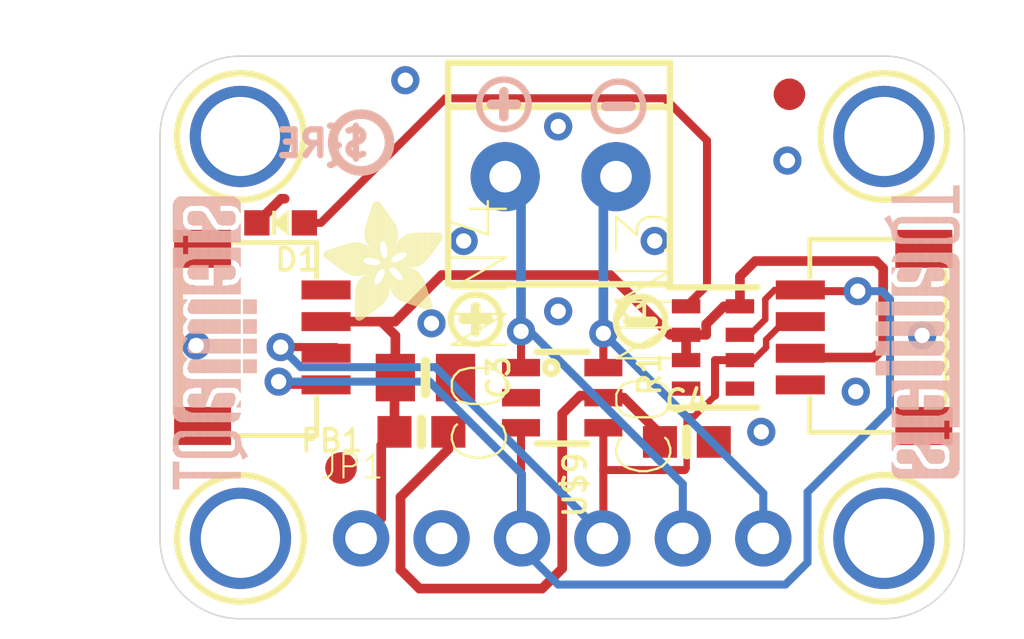
<source format=kicad_pcb>
(kicad_pcb (version 20241229) (generator "pcbnew") (generator_version "9.0")
  (layers (0 "F.Cu" signal) (2 "B.Cu" signal) (13 "F.Paste" user) (15 "B.Paste" user) (5 "F.SilkS" user "F.Silkscreen") (7 "B.SilkS" user "B.Silkscreen") (1 "F.Mask" user) (3 "B.Mask" user) (25 "Edge.Cuts" user))
  (net 0 "")
  (net 1 "SCL")
  (net 2 "SDA")
  (net 3 "GND")
  (net 4 "VIN+")
  (net 5 "VIN-")
  (net 6 "VCC")
  (net 7 "N$1")
  (net 8 "VDD")
  (footprint "PLABEL8" (layer "F.Cu") (at 136.0551 101.5111)
    (property "Reference" "PLABEL8" (hide yes))
    (property "Value" "" (hide yes))
  )
  (footprint "PLABEL4" (layer "F.Cu") (at 152.4381 113.0046)
    (property "Reference" "PLABEL4" (hide yes))
    (property "Value" "" (hide yes))
  )
  (footprint "PLABEL7" (layer "F.Cu") (at 152.2476 99.1616)
    (property "Reference" "PLABEL7" (hide yes))
    (property "Value" "" (hide yes))
  )
  (footprint "MOUNTINGHOLE_2.5_PLATED" (layer "F.Cu") (at 158.6611 111.3536)
    (property "Reference" "U$27" (hide yes))
    (property "Value" "MOUNTINGHOLE2.5" (hide yes))
    (pad "P$1" thru_hole circle (at 0 0) (size 3.2 3.2) (drill 2.5) (layers "*.Cu" "*.Mask"))
  )
  (footprint "MOUNTINGHOLE_2.5_PLATED" (layer "F.Cu") (at 158.6611 98.6536)
    (property "Reference" "U$21" (hide yes))
    (property "Value" "MOUNTINGHOLE2.5" (hide yes))
    (pad "P$1" thru_hole circle (at 0 0) (size 3.2 3.2) (drill 2.5) (layers "*.Cu" "*.Mask"))
  )
  (footprint "PLABEL3" (layer "F.Cu") (at 149.7711 109.7026)
    (property "Reference" "PLABEL3" (hide yes))
    (property "Value" "" (hide yes))
  )
  (footprint "CHIPLED_0603_NOOUTLINE" (layer "F.Cu") (at 139.6111 101.3841 90)
    (property "Reference" "D1" (at -0.762 1.27 0) (layer "F.SilkS") (effects (font (size 0.692831 0.692831) (thickness 0.119969)) (justify right top)))
    (property "Value" "GREEN")
    (pad "A" smd rect (at 0 0.75 90) (size 0.8 0.8) (layers "F.Cu" "F.Mask" "F.Paste") (net 7 "N$1"))
    (pad "C" smd rect (at 0 -0.75 90) (size 0.8 0.8) (layers "F.Cu" "F.Mask" "F.Paste") (net 3 "GND"))
  )
  (footprint "PLABEL2" (layer "F.Cu") (at 147.2311 113.0046)
    (property "Reference" "PLABEL2" (hide yes))
    (property "Value" "" (hide yes))
  )
  (footprint "SYMBOL_MINUS" (layer "F.Cu") (at 150.9776 104.4956)
    (property "Reference" "U$4" (hide yes))
    (property "Value" "" (hide yes))
  )
  (footprint "MOUNTINGHOLE_2.5_PLATED" (layer "F.Cu") (at 138.3411 111.3536)
    (property "Reference" "U$25" (hide yes))
    (property "Value" "MOUNTINGHOLE2.5" (hide yes))
    (pad "P$1" thru_hole circle (at 0 0) (size 3.2 3.2) (drill 2.5) (layers "*.Cu" "*.Mask"))
  )
  (footprint "RESPACK_4X0603" (layer "F.Cu") (at 153.2636 105.3211 90)
    (property "Reference" "R1" (at -1.6 -1.6 90) (layer "F.SilkS") (effects (font (size 0.692831 0.692831) (thickness 0.119969)) (justify left bottom)))
    (property "Value" "10K Pack")
    (pad "1" smd rect (at -1.3 0.85 90) (size 0.45 0.9) (layers "F.Cu" "F.Mask" "F.Paste") (net 3 "GND"))
    (pad "2" smd rect (at -0.4 0.85 90) (size 0.45 0.9) (layers "F.Cu" "F.Mask" "F.Paste") (net 2 "SDA"))
    (pad "3" smd rect (at 0.4 0.85 90) (size 0.45 0.9) (layers "F.Cu" "F.Mask" "F.Paste") (net 1 "SCL"))
    (pad "4" smd rect (at 1.3 0.85 90) (size 0.45 0.9) (layers "F.Cu" "F.Mask" "F.Paste") (net 6 "VCC"))
    (pad "5" smd rect (at 1.3 -0.85 90) (size 0.45 0.9) (layers "F.Cu" "F.Mask" "F.Paste") (net 7 "N$1"))
    (pad "6" smd rect (at 0.4 -0.85 90) (size 0.45 0.9) (layers "F.Cu" "F.Mask" "F.Paste") (net 6 "VCC"))
    (pad "7" smd rect (at -0.4 -0.85 90) (size 0.45 0.9) (layers "F.Cu" "F.Mask" "F.Paste") (net 6 "VCC"))
    (pad "8" smd rect (at -1.3 -0.85 90) (size 0.45 0.9) (layers "F.Cu" "F.Mask" "F.Paste") (net 3 "GND"))
  )
  (footprint "FIDUCIAL_1MM" (layer "F.Cu") (at 155.6766 97.3201)
    (property "Reference" "FID4" (hide yes))
    (property "Value" "FIDUCIAL_1MM" (hide yes))
    (pad "1" smd roundrect (at 0 0) (size 1 1) (layers "F.Cu" "F.Mask") (roundrect_rratio 0.5))
  )
  (footprint "PLABEL6" (layer "F.Cu") (at 144.5006 98.8441)
    (property "Reference" "PLABEL6" (hide yes))
    (property "Value" "" (hide yes))
  )
  (footprint "0603-NO" (layer "F.Cu") (at 144.0561 107.9881 180)
    (property "Reference" "FB1" (at 1.778 0.127 0) (layer "F.SilkS") (effects (font (size 0.692831 0.692831) (thickness 0.119969)) (justify right top)))
    (property "Value" "FERRITE")
    (pad "1" smd rect (at -0.85 0 180) (size 1.075 1) (layers "F.Cu" "F.Mask" "F.Paste") (net 8 "VDD"))
    (pad "2" smd rect (at 0.85 0 180) (size 1.075 1) (layers "F.Cu" "F.Mask" "F.Paste") (net 6 "VCC"))
  )
  (footprint "SYMBOL_PLUS" (layer "F.Cu") (at 145.7706 104.4321)
    (property "Reference" "U$2" (hide yes))
    (property "Value" "" (hide yes))
  )
  (footprint "ADAFRUIT_3.5MM" (layer "F.Cu") (at 144.7546 104.4956 90)
    (property "Reference" "U$29" (hide yes))
    (property "Value" "" (hide yes))
  )
  (footprint "0603-NO" (layer "F.Cu") (at 152.4381 108.3056)
    (property "Reference" "C4" (at -0.762 -0.889 0) (layer "F.SilkS") (effects (font (size 0.692831 0.692831) (thickness 0.119969)) (justify left bottom)))
    (property "Value" "0.1uF")
    (pad "1" smd rect (at -0.85 0) (size 1.075 1) (layers "F.Cu" "F.Mask" "F.Paste") (net 8 "VDD"))
    (pad "2" smd rect (at 0.85 0) (size 1.075 1) (layers "F.Cu" "F.Mask" "F.Paste") (net 3 "GND"))
  )
  (footprint "FIDUCIAL_1MM" (layer "F.Cu") (at 141.5161 109.1311)
    (property "Reference" "FID3" (hide yes))
    (property "Value" "FIDUCIAL_1MM" (hide yes))
    (pad "1" smd roundrect (at 0 0) (size 1 1) (layers "F.Cu" "F.Mask") (roundrect_rratio 0.5))
  )
  (footprint "1X06_ROUND_70" (layer "F.Cu") (at 148.5011 111.3536)
    (property "Reference" "JP1" (at -7.6962 -1.8288 0) (layer "F.SilkS") (effects (font (size 0.74615 0.74615) (thickness 0.06665)) (justify left bottom)))
    (property "Value" "")
    (pad "1" thru_hole circle (at -6.35 0 90) (size 1.778 1.778) (drill 1) (layers "*.Cu" "*.Mask") (net 6 "VCC"))
    (pad "2" thru_hole circle (at -3.81 0 90) (size 1.778 1.778) (drill 1) (layers "*.Cu" "*.Mask") (net 3 "GND"))
    (pad "3" thru_hole circle (at -1.27 0 90) (size 1.778 1.778) (drill 1) (layers "*.Cu" "*.Mask") (net 1 "SCL"))
    (pad "4" thru_hole circle (at 1.27 0 90) (size 1.778 1.778) (drill 1) (layers "*.Cu" "*.Mask") (net 2 "SDA"))
    (pad "5" thru_hole circle (at 3.81 0 90) (size 1.778 1.778) (drill 1) (layers "*.Cu" "*.Mask") (net 4 "VIN+"))
    (pad "6" thru_hole circle (at 6.35 0 90) (size 1.778 1.778) (drill 1) (layers "*.Cu" "*.Mask") (net 5 "VIN-"))
  )
  (footprint "JST_SH4" (layer "F.Cu") (at 139.0396 105.0036 -90)
    (property "Reference" "CONN4" (at -4.6 -5.9 90) (layer "F.SilkS") (effects (font (size 1.703222 1.703222) (thickness 0.074778)) (justify right top)))
    (property "Value" "STEMMA_I2C_QT" (hide yes))
    (pad "1" smd rect (at -1.5 -2.006) (size 1.55 0.6) (layers "F.Cu" "F.Mask" "F.Paste") (net 3 "GND"))
    (pad "2" smd rect (at -0.5 -2.006) (size 1.55 0.6) (layers "F.Cu" "F.Mask" "F.Paste") (net 6 "VCC"))
    (pad "3" smd rect (at 0.5 -2.006) (size 1.55 0.6) (layers "F.Cu" "F.Mask" "F.Paste") (net 2 "SDA"))
    (pad "4" smd rect (at 1.5 -2.006) (size 1.55 0.6) (layers "F.Cu" "F.Mask" "F.Paste") (net 1 "SCL"))
    (pad "MT1" smd rect (at -2.8 1.894) (size 1.8 1.2) (layers "F.Cu" "F.Mask" "F.Paste") (net 3 "GND"))
    (pad "MT2" smd rect (at 2.8 1.894) (size 1.8 1.2) (layers "F.Cu" "F.Mask" "F.Paste") (net 3 "GND"))
  )
  (footprint "PLABEL0" (layer "F.Cu") (at 142.1511 113.0046)
    (property "Reference" "PLABEL0" (hide yes))
    (property "Value" "" (hide yes))
  )
  (footprint "PLABEL1" (layer "F.Cu") (at 144.6911 109.7026)
    (property "Reference" "PLABEL1" (hide yes))
    (property "Value" "" (hide yes))
  )
  (footprint "SOT23-6" (layer "F.Cu") (at 148.5011 106.9086 -90)
    (property "Reference" "U$9" (at 1.651 0 90) (layer "F.SilkS") (effects (font (size 0.692831 0.692831) (thickness 0.119969)) (justify right top)))
    (property "Value" "MCP3421")
    (pad "1" smd rect (at -0.95 1.3 270) (size 0.55 1.2) (layers "F.Cu" "F.Mask" "F.Paste") (net 4 "VIN+"))
    (pad "2" smd rect (at 0 1.3 270) (size 0.55 1.2) (layers "F.Cu" "F.Mask" "F.Paste") (net 3 "GND"))
    (pad "3" smd rect (at 0.95 1.3 270) (size 0.55 1.2) (layers "F.Cu" "F.Mask" "F.Paste") (net 1 "SCL"))
    (pad "4" smd rect (at 0.95 -1.3 270) (size 0.55 1.2) (layers "F.Cu" "F.Mask" "F.Paste") (net 2 "SDA"))
    (pad "5" smd rect (at 0 -1.3 270) (size 0.55 1.2) (layers "F.Cu" "F.Mask" "F.Paste") (net 8 "VDD"))
    (pad "6" smd rect (at -0.95 -1.3 270) (size 0.55 1.2) (layers "F.Cu" "F.Mask" "F.Paste") (net 5 "VIN-"))
  )
  (footprint "PLABEL5" (layer "F.Cu") (at 154.8511 109.7026)
    (property "Reference" "PLABEL5" (hide yes))
    (property "Value" "" (hide yes))
  )
  (footprint "0805-NO" (layer "F.Cu") (at 144.1831 106.2736)
    (property "Reference" "C3" (at 1.905 -0.762 90) (layer "F.SilkS") (effects (font (size 0.692831 0.692831) (thickness 0.119969)) (justify right top)))
    (property "Value" "10uF")
    (pad "1" smd rect (at -0.95 0) (size 1.24 1.5) (layers "F.Cu" "F.Mask" "F.Paste") (net 6 "VCC"))
    (pad "2" smd rect (at 0.95 0) (size 1.24 1.5) (layers "F.Cu" "F.Mask" "F.Paste") (net 3 "GND"))
  )
  (footprint "TERMBLOCK_1X2-3.5MM" (layer "F.Cu") (at 148.5011 99.9236 180)
    (property "Reference" "X1" (at -3 -3.89 0) (layer "F.SilkS") (effects (font (size 0.692831 0.692831) (thickness 0.119969)) (justify right top)))
    (property "Value" "3.5mm Terminal Block")
    (pad "1" thru_hole circle (at 1.8 0 180) (size 2.1844 2.1844) (drill 1) (layers "*.Cu" "*.Mask") (net 4 "VIN+"))
    (pad "2" thru_hole circle (at -1.7 0 180) (size 2.1844 2.1844) (drill 1) (layers "*.Cu" "*.Mask") (net 5 "VIN-"))
  )
  (footprint "MOUNTINGHOLE_2.5_PLATED" (layer "F.Cu") (at 138.3411 98.6536)
    (property "Reference" "U$20" (hide yes))
    (property "Value" "MOUNTINGHOLE2.5" (hide yes))
    (pad "P$1" thru_hole circle (at 0 0) (size 3.2 3.2) (drill 2.5) (layers "*.Cu" "*.Mask"))
  )
  (footprint "JST_SH4" (layer "F.Cu") (at 158.0261 105.0036 90)
    (property "Reference" "CONN3" (at -4.6 -5.9 90) (layer "F.SilkS") (effects (font (size 1.703222 1.703222) (thickness 0.074778)) (justify left bottom)))
    (property "Value" "STEMMA_I2C_QT" (hide yes))
    (pad "1" smd rect (at -1.5 -2.006 180) (size 1.55 0.6) (layers "F.Cu" "F.Mask" "F.Paste") (net 3 "GND"))
    (pad "2" smd rect (at -0.5 -2.006 180) (size 1.55 0.6) (layers "F.Cu" "F.Mask" "F.Paste") (net 6 "VCC"))
    (pad "3" smd rect (at 0.5 -2.006 180) (size 1.55 0.6) (layers "F.Cu" "F.Mask" "F.Paste") (net 2 "SDA"))
    (pad "4" smd rect (at 1.5 -2.006 180) (size 1.55 0.6) (layers "F.Cu" "F.Mask" "F.Paste") (net 1 "SCL"))
    (pad "MT1" smd rect (at -2.8 1.894 180) (size 1.8 1.2) (layers "F.Cu" "F.Mask" "F.Paste") (net 3 "GND"))
    (pad "MT2" smd rect (at 2.8 1.894 180) (size 1.8 1.2) (layers "F.Cu" "F.Mask" "F.Paste") (net 3 "GND"))
  )
  (footprint "PLABEL9" (layer "B.Cu") (at 148.7551 102.0826 180)
    (property "Reference" "PLABEL9" (hide yes))
    (property "Value" "" (hide yes))
  )
  (footprint "STEMMAQT" (layer "B.Cu") (at 158.4071 109.4486 90)
    (property "Reference" "U$31" (hide yes))
    (property "Value" "" (hide yes))
  )
  (footprint "SYMBOL_PLUS" (layer "B.Cu") (at 146.6596 97.6376 180)
    (property "Reference" "U$7" (hide yes))
    (property "Value" "" (hide yes))
  )
  (footprint "PLABEL11" (layer "B.Cu") (at 148.4376 112.9411 180)
    (property "Reference" "PLABEL11" (hide yes))
    (property "Value" "" (hide yes))
  )
  (footprint "PCBFEAT-REV-040" (layer "B.Cu") (at 142.1511 98.8441 180)
    (property "Reference" "U$8" (hide yes))
    (property "Value" "" (hide yes))
    (fp_text user "${REV}" (at -0.3556 -0.508 0) (layer "B.SilkS") (effects (font (size 0.8128 0.8128) (thickness 0.2032)) (justify left bottom mirror)))
  )
  (footprint "STEMMAQT" (layer "B.Cu") (at 138.8491 100.5586 -90)
    (property "Reference" "U$32" (hide yes))
    (property "Value" "" (hide yes))
  )
  (footprint "PLABEL12" (layer "B.Cu") (at 148.4376 109.7661 180)
    (property "Reference" "PLABEL12" (hide yes))
    (property "Value" "" (hide yes))
  )
  (footprint "SYMBOL_MINUS" (layer "B.Cu") (at 150.2791 97.7011 180)
    (property "Reference" "U$5" (hide yes))
    (property "Value" "" (hide yes))
  )
  (footprint "PLABEL10" (layer "B.Cu") (at 148.7551 106.0196 180)
    (property "Reference" "PLABEL10" (hide yes))
    (property "Value" "" (hide yes))
  )
  (gr_arc (start 161.2011 111.3536) (mid 160.457151 113.149651) (end 158.6611 113.8936) (stroke (width 0.05)) (layer "Edge.Cuts"))
  (gr_arc (start 138.3411 113.8936) (mid 136.545049 113.149651) (end 135.8011 111.3536) (stroke (width 0.05)) (layer "Edge.Cuts"))
  (gr_line (start 138.3411 113.8936) (end 158.6611 113.8936) (stroke (width 0.05)) (layer "Edge.Cuts"))
  (gr_line (start 135.8011 98.6536) (end 135.8011 111.3536) (stroke (width 0.05)) (layer "Edge.Cuts"))
  (gr_arc (start 158.6611 96.1136) (mid 160.457151 96.857549) (end 161.2011 98.6536) (stroke (width 0.05)) (layer "Edge.Cuts"))
  (gr_arc (start 135.8011 98.6536) (mid 136.545049 96.857549) (end 138.3411 96.1136) (stroke (width 0.05)) (layer "Edge.Cuts"))
  (gr_line (start 158.6611 96.1136) (end 138.3411 96.1136) (stroke (width 0.05)) (layer "Edge.Cuts"))
  (gr_line (start 161.2011 111.3536) (end 161.2011 98.6536) (stroke (width 0.05)) (layer "Edge.Cuts"))
  (segment (start 154.9146 103.7971) (end 155.2081 103.5036) (width 0.2032) (layer "F.Cu") (net 1))
  (segment (start 155.2081 103.5036) (end 156.0201 103.5036) (width 0.2032) (layer "F.Cu") (net 1))
  (segment (start 154.4256 104.9211) (end 154.9146 104.4321) (width 0.2032) (layer "F.Cu") (net 1))
  (segment (start 147.2011 107.8586) (end 147.2011 111.3236) (width 0.254) (layer "F.Cu") (net 1))
  (segment (start 141.0456 106.5036) (end 139.6506 106.5036) (width 0.254) (layer "F.Cu") (net 1))
  (segment (start 155.5516 103.5431) (end 156.0201 103.5036) (width 0.254) (layer "F.Cu") (net 1))
  (segment (start 139.6506 106.5036) (end 139.5476 106.4006) (width 0.254) (layer "F.Cu") (net 1))
  (segment (start 154.9146 104.4321) (end 154.9146 103.7971) (width 0.2032) (layer "F.Cu") (net 1))
  (segment (start 157.8356 103.5431) (end 155.5516 103.5431) (width 0.254) (layer "F.Cu") (net 1))
  (segment (start 147.2011 111.3236) (end 147.2311 111.3536) (width 0.254) (layer "F.Cu") (net 1))
  (segment (start 154.1136 104.9211) (end 154.4256 104.9211) (width 0.2032) (layer "F.Cu") (net 1))
  (via (at 157.8356 103.5431) (size 0.889) (drill 0.4826) (layers "F.Cu" "B.Cu") (net 1))
  (via (at 139.5476 106.4006) (size 0.889) (drill 0.4826) (layers "F.Cu" "B.Cu") (net 1))
  (segment (start 158.8516 103.7971) (end 158.5976 103.5431) (width 0.254) (layer "B.Cu") (net 1))
  (segment (start 147.2311 111.6711) (end 147.2311 111.3536) (width 0.254) (layer "B.Cu") (net 1))
  (segment (start 158.8516 103.7971) (end 158.8516 107.2896) (width 0.254) (layer "B.Cu") (net 1))
  (segment (start 156.2481 112.1156) (end 155.5496 112.8141) (width 0.254) (layer "B.Cu") (net 1))
  (segment (start 155.5496 112.8141) (end 148.3741 112.8141) (width 0.254) (layer "B.Cu") (net 1))
  (segment (start 158.8516 107.2896) (end 156.2481 109.8931) (width 0.254) (layer "B.Cu") (net 1))
  (segment (start 144.3101 106.4006) (end 147.2311 109.3216) (width 0.254) (layer "B.Cu") (net 1))
  (segment (start 148.3741 112.8141) (end 147.2311 111.6711) (width 0.254) (layer "B.Cu") (net 1))
  (segment (start 147.2311 109.3216) (end 147.2311 111.3536) (width 0.254) (layer "B.Cu") (net 1))
  (segment (start 158.5976 103.5431) (end 157.8356 103.5431) (width 0.254) (layer "B.Cu") (net 1))
  (segment (start 139.5476 106.4006) (end 144.3101 106.4006) (width 0.254) (layer "B.Cu") (net 1))
  (segment (start 156.2481 109.8931) (end 156.2481 112.1156) (width 0.254) (layer "B.Cu") (net 1))
  (segment (start 152.3746 109.1946) (end 149.8011 109.1946) (width 0.254) (layer "F.Cu") (net 2))
  (segment (start 149.8011 107.8586) (end 149.8011 109.1946) (width 0.254) (layer "F.Cu") (net 2))
  (segment (start 154.1136 105.7211) (end 154.5403 105.7211) (width 0.2032) (layer "F.Cu") (net 2))
  (segment (start 154.9403 105.3211) (end 154.9403 105.07735) (width 0.2032) (layer "F.Cu") (net 2))
  (segment (start 155.51405 104.5036) (end 156.0201 104.5036) (width 0.2032) (layer "F.Cu") (net 2))
  (segment (start 154.5403 105.7211) (end 154.9403 105.3211) (width 0.2032) (layer "F.Cu") (net 2))
  (segment (start 149.8011 109.1946) (end 149.8011 111.3236) (width 0.254) (layer "F.Cu") (net 2))
  (segment (start 152.6714 107.5008) (end 152.4304 107.5008) (width 0.2032) (layer "F.Cu") (net 2))
  (segment (start 149.8011 111.3236) (end 149.7711 111.3536) (width 0.254) (layer "F.Cu") (net 2))
  (segment (start 154.9403 105.07735) (end 155.51405 104.5036) (width 0.2032) (layer "F.Cu") (net 2))
  (segment (start 154.1136 105.7211) (end 153.3271 105.7211) (width 0.254) (layer "F.Cu") (net 2))
  (segment (start 153.3271 106.8451) (end 152.6714 107.5008) (width 0.2032) (layer "F.Cu") (net 2))
  (segment (start 153.3271 105.7211) (end 153.3271 106.8451) (width 0.254) (layer "F.Cu") (net 2))
  (segment (start 141.0456 105.5036) (end 141.3584 105.3084) (width 0.254) (layer "F.Cu") (net 2))
  (segment (start 152.4304 107.5008) (end 152.4304 109.1388) (width 0.2032) (layer "F.Cu") (net 2))
  (segment (start 141.3584 105.3084) (end 139.6111 105.3084) (width 0.254) (layer "F.Cu") (net 2))
  (segment (start 152.4304 109.1388) (end 152.3746 109.1946) (width 0.2032) (layer "F.Cu") (net 2))
  (via (at 139.6111 105.3084) (size 0.889) (drill 0.4826) (layers "F.Cu" "B.Cu") (net 2))
  (segment (start 149.7711 111.215019) (end 149.7711 111.3536) (width 0.254) (layer "B.Cu") (net 2))
  (segment (start 144.499481 105.9434) (end 149.7711 111.215019) (width 0.254) (layer "B.Cu") (net 2))
  (segment (start 140.2461 105.9434) (end 144.499481 105.9434) (width 0.254) (layer "B.Cu") (net 2))
  (segment (start 139.6111 105.3084) (end 140.2461 105.9434) (width 0.254) (layer "B.Cu") (net 2))
  (segment (start 139.6231 100.6221) (end 139.7381 100.6221) (width 0.3048) (layer "F.Cu") (net 3))
  (segment (start 138.8611 101.3841) (end 139.6231 100.6221) (width 0.3048) (layer "F.Cu") (net 3))
  (via (at 154.7876 107.9881) (size 0.889) (drill 0.4826) (layers "F.Cu" "B.Cu") (net 3))
  (via (at 136.9441 105.2576) (size 0.889) (drill 0.4826) (layers "F.Cu" "B.Cu") (net 3))
  (via (at 157.7721 106.7181) (size 0.889) (drill 0.4826) (layers "F.Cu" "B.Cu") (net 3))
  (via (at 159.8676 104.9401) (size 0.889) (drill 0.4826) (layers "F.Cu" "B.Cu") (net 3))
  (via (at 148.3741 104.1781) (size 0.889) (drill 0.4826) (layers "F.Cu" "B.Cu") (net 3))
  (via (at 143.5481 96.8756) (size 0.889) (drill 0.4826) (layers "F.Cu" "B.Cu") (net 3))
  (via (at 144.3736 104.5591) (size 0.889) (drill 0.4826) (layers "F.Cu" "B.Cu") (net 3))
  (via (at 145.3896 101.9556) (size 0.889) (drill 0.4826) (layers "F.Cu" "B.Cu") (net 3))
  (via (at 155.6131 99.4156) (size 0.889) (drill 0.4826) (layers "F.Cu" "B.Cu") (net 3))
  (via (at 148.3741 98.3361) (size 0.889) (drill 0.4826) (layers "F.Cu" "B.Cu") (net 3))
  (via (at 151.4221 101.9556) (size 0.889) (drill 0.4826) (layers "F.Cu" "B.Cu") (net 3))
  (segment (start 147.2011 105.9586) (end 147.2011 104.8131) (width 0.254) (layer "F.Cu") (net 4))
  (via (at 147.2011 104.8131) (size 0.889) (drill 0.4826) (layers "F.Cu" "B.Cu") (net 4))
  (segment (start 146.7011 99.9236) (end 147.2011 100.5506) (width 0.3048) (layer "B.Cu") (net 4))
  (segment (start 152.3111 109.6391) (end 152.3111 111.3536) (width 0.254) (layer "B.Cu") (net 4))
  (segment (start 147.2011 104.8131) (end 147.4851 104.8131) (width 0.254) (layer "B.Cu") (net 4))
  (segment (start 147.2011 100.5506) (end 147.2011 104.8131) (width 0.3048) (layer "B.Cu") (net 4))
  (segment (start 147.4851 104.8131) (end 152.3111 109.6391) (width 0.254) (layer "B.Cu") (net 4))
  (segment (start 149.8011 105.9586) (end 149.8011 104.8766) (width 0.254) (layer "F.Cu") (net 5))
  (via (at 149.8011 104.8766) (size 0.889) (drill 0.4826) (layers "F.Cu" "B.Cu") (net 5))
  (segment (start 149.8011 104.8766) (end 154.8511 109.9266) (width 0.254) (layer "B.Cu") (net 5))
  (segment (start 149.8011 104.8766) (end 149.8011 100.4506) (width 0.3048) (layer "B.Cu") (net 5))
  (segment (start 149.8011 100.4506) (end 150.2011 99.9236) (width 0.3048) (layer "B.Cu") (net 5))
  (segment (start 154.8511 109.9266) (end 154.8511 111.3536) (width 0.254) (layer "B.Cu") (net 5))
  (segment (start 142.7868 108.4074) (end 142.7868 110.7179) (width 0.3048) (layer "F.Cu") (net 6))
  (segment (start 155.6471 105.6386) (end 156.0201 105.5036) (width 0.3048) (layer "F.Cu") (net 6))
  (segment (start 158.4071 102.5906) (end 158.6357 102.8192) (width 0.3048) (layer "F.Cu") (net 6))
  (segment (start 154.5971 102.5906) (end 158.4071 102.5906) (width 0.3048) (layer "F.Cu") (net 6))
  (segment (start 158.3436 105.6386) (end 155.6471 105.6386) (width 0.3048) (layer "F.Cu") (net 6))
  (segment (start 142.7941 104.5036) (end 143.2226 104.5036) (width 0.3048) (layer "F.Cu") (net 6))
  (segment (start 153.0486 104.5836) (end 153.0486 104.9211) (width 0.3048) (layer "F.Cu") (net 6))
  (segment (start 150.0251 103.0351) (end 151.9111 104.9211) (width 0.3048) (layer "F.Cu") (net 6))
  (segment (start 158.6357 102.8192) (end 158.6357 105.3465) (width 0.3048) (layer "F.Cu") (net 6))
  (segment (start 144.6911 103.0351) (end 150.0251 103.0351) (width 0.3048) (layer "F.Cu") (net 6))
  (segment (start 142.1511 111.3536) (end 142.7868 110.7179) (width 0.3048) (layer "F.Cu") (net 6))
  (segment (start 153.0486 104.9211) (end 152.4136 104.9211) (width 0.3048) (layer "F.Cu") (net 6))
  (segment (start 154.1136 104.0211) (end 153.6111 104.0211) (width 0.3048) (layer "F.Cu") (net 6))
  (segment (start 142.7868 108.4074) (end 143.2061 107.9881) (width 0.3048) (layer "F.Cu") (net 6))
  (segment (start 153.6111 104.0211) (end 153.0486 104.5836) (width 0.3048) (layer "F.Cu") (net 6))
  (segment (start 154.1136 104.0211) (end 154.1136 103.0741) (width 0.3048) (layer "F.Cu") (net 6))
  (segment (start 142.7941 104.5036) (end 143.2331 104.9426) (width 0.3048) (layer "F.Cu") (net 6))
  (segment (start 158.6357 105.3465) (end 158.3436 105.6386) (width 0.3048) (layer "F.Cu") (net 6))
  (segment (start 143.2331 104.9426) (end 143.2331 106.2736) (width 0.3048) (layer "F.Cu") (net 6))
  (segment (start 143.2226 104.5036) (end 144.6911 103.0351) (width 0.3048) (layer "F.Cu") (net 6))
  (segment (start 152.4136 105.7211) (end 152.4136 104.9211) (width 0.3048) (layer "F.Cu") (net 6))
  (segment (start 141.0456 104.5036) (end 142.7941 104.5036) (width 0.3048) (layer "F.Cu") (net 6))
  (segment (start 151.9111 104.9211) (end 152.4136 104.9211) (width 0.3048) (layer "F.Cu") (net 6))
  (segment (start 143.2331 106.2736) (end 143.2061 106.3006) (width 0.3048) (layer "F.Cu") (net 6))
  (segment (start 154.1136 103.0741) (end 154.5971 102.5906) (width 0.3048) (layer "F.Cu") (net 6))
  (segment (start 143.2061 106.3006) (end 143.2061 107.9881) (width 0.3048) (layer "F.Cu") (net 6))
  (segment (start 144.8181 97.4471) (end 151.7396 97.4471) (width 0.254) (layer "F.Cu") (net 7))
  (segment (start 140.3611 101.3841) (end 140.8811 101.3841) (width 0.254) (layer "F.Cu") (net 7))
  (segment (start 151.7396 97.4471) (end 153.0731 98.7806) (width 0.254) (layer "F.Cu") (net 7))
  (segment (start 153.0731 98.7806) (end 153.0731 103.3616) (width 0.254) (layer "F.Cu") (net 7))
  (segment (start 144.8181 97.4471) (end 140.8811 101.3841) (width 0.254) (layer "F.Cu") (net 7))
  (segment (start 153.0731 103.3616) (end 152.4136 104.0211) (width 0.254) (layer "F.Cu") (net 7))
  (segment (start 143.3957 110.0455) (end 143.3957 112.3442) (width 0.3048) (layer "F.Cu") (net 8))
  (segment (start 149.7376 106.8451) (end 149.8011 106.9086) (width 0.3048) (layer "F.Cu") (net 8))
  (segment (start 143.9926 112.9411) (end 147.8661 112.9411) (width 0.3048) (layer "F.Cu") (net 8))
  (segment (start 148.5011 107.4166) (end 149.0726 106.8451) (width 0.3048) (layer "F.Cu") (net 8))
  (segment (start 147.8661 112.9411) (end 148.5011 112.3061) (width 0.3048) (layer "F.Cu") (net 8))
  (segment (start 148.5011 112.3061) (end 148.5011 107.4166) (width 0.3048) (layer "F.Cu") (net 8))
  (segment (start 149.8011 106.9086) (end 150.4451 106.9086) (width 0.3048) (layer "F.Cu") (net 8))
  (segment (start 149.0726 106.8451) (end 149.7376 106.8451) (width 0.3048) (layer "F.Cu") (net 8))
  (segment (start 143.3957 112.3442) (end 143.9926 112.9411) (width 0.3048) (layer "F.Cu") (net 8))
  (segment (start 151.5881 108.0516) (end 150.4451 106.9086) (width 0.3048) (layer "F.Cu") (net 8))
  (segment (start 151.5881 108.0516) (end 151.5881 108.3056) (width 0.3048) (layer "F.Cu") (net 8))
  (segment (start 144.9061 107.9881) (end 144.9061 108.5351) (width 0.3048) (layer "F.Cu") (net 8))
  (segment (start 144.9061 108.5351) (end 143.3957 110.0455) (width 0.3048) (layer "F.Cu") (net 8))
)
</source>
